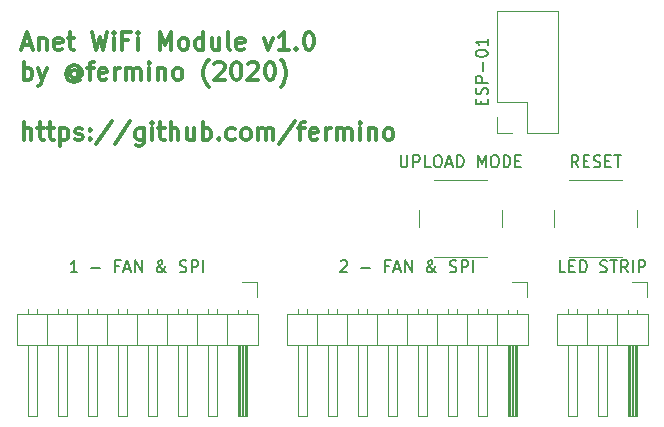
<source format=gbr>
G04 #@! TF.GenerationSoftware,KiCad,Pcbnew,5.0.2+dfsg1-1*
G04 #@! TF.CreationDate,2020-10-09T16:27:47-03:00*
G04 #@! TF.ProjectId,esp3d_anet,65737033-645f-4616-9e65-742e6b696361,rev?*
G04 #@! TF.SameCoordinates,Original*
G04 #@! TF.FileFunction,Legend,Top*
G04 #@! TF.FilePolarity,Positive*
%FSLAX46Y46*%
G04 Gerber Fmt 4.6, Leading zero omitted, Abs format (unit mm)*
G04 Created by KiCad (PCBNEW 5.0.2+dfsg1-1) date vie 09 oct 2020 16:27:47 -03*
%MOMM*%
%LPD*%
G01*
G04 APERTURE LIST*
%ADD10C,0.300000*%
%ADD11C,0.120000*%
%ADD12C,0.150000*%
G04 APERTURE END LIST*
D10*
X38580714Y-52305000D02*
X39295000Y-52305000D01*
X38437857Y-52733571D02*
X38937857Y-51233571D01*
X39437857Y-52733571D01*
X39937857Y-51733571D02*
X39937857Y-52733571D01*
X39937857Y-51876428D02*
X40009285Y-51805000D01*
X40152142Y-51733571D01*
X40366428Y-51733571D01*
X40509285Y-51805000D01*
X40580714Y-51947857D01*
X40580714Y-52733571D01*
X41866428Y-52662142D02*
X41723571Y-52733571D01*
X41437857Y-52733571D01*
X41295000Y-52662142D01*
X41223571Y-52519285D01*
X41223571Y-51947857D01*
X41295000Y-51805000D01*
X41437857Y-51733571D01*
X41723571Y-51733571D01*
X41866428Y-51805000D01*
X41937857Y-51947857D01*
X41937857Y-52090714D01*
X41223571Y-52233571D01*
X42366428Y-51733571D02*
X42937857Y-51733571D01*
X42580714Y-51233571D02*
X42580714Y-52519285D01*
X42652142Y-52662142D01*
X42795000Y-52733571D01*
X42937857Y-52733571D01*
X44437857Y-51233571D02*
X44795000Y-52733571D01*
X45080714Y-51662142D01*
X45366428Y-52733571D01*
X45723571Y-51233571D01*
X46295000Y-52733571D02*
X46295000Y-51733571D01*
X46295000Y-51233571D02*
X46223571Y-51305000D01*
X46295000Y-51376428D01*
X46366428Y-51305000D01*
X46295000Y-51233571D01*
X46295000Y-51376428D01*
X47509285Y-51947857D02*
X47009285Y-51947857D01*
X47009285Y-52733571D02*
X47009285Y-51233571D01*
X47723571Y-51233571D01*
X48295000Y-52733571D02*
X48295000Y-51733571D01*
X48295000Y-51233571D02*
X48223571Y-51305000D01*
X48295000Y-51376428D01*
X48366428Y-51305000D01*
X48295000Y-51233571D01*
X48295000Y-51376428D01*
X50152142Y-52733571D02*
X50152142Y-51233571D01*
X50652142Y-52305000D01*
X51152142Y-51233571D01*
X51152142Y-52733571D01*
X52080714Y-52733571D02*
X51937857Y-52662142D01*
X51866428Y-52590714D01*
X51795000Y-52447857D01*
X51795000Y-52019285D01*
X51866428Y-51876428D01*
X51937857Y-51805000D01*
X52080714Y-51733571D01*
X52295000Y-51733571D01*
X52437857Y-51805000D01*
X52509285Y-51876428D01*
X52580714Y-52019285D01*
X52580714Y-52447857D01*
X52509285Y-52590714D01*
X52437857Y-52662142D01*
X52295000Y-52733571D01*
X52080714Y-52733571D01*
X53866428Y-52733571D02*
X53866428Y-51233571D01*
X53866428Y-52662142D02*
X53723571Y-52733571D01*
X53437857Y-52733571D01*
X53295000Y-52662142D01*
X53223571Y-52590714D01*
X53152142Y-52447857D01*
X53152142Y-52019285D01*
X53223571Y-51876428D01*
X53295000Y-51805000D01*
X53437857Y-51733571D01*
X53723571Y-51733571D01*
X53866428Y-51805000D01*
X55223571Y-51733571D02*
X55223571Y-52733571D01*
X54580714Y-51733571D02*
X54580714Y-52519285D01*
X54652142Y-52662142D01*
X54795000Y-52733571D01*
X55009285Y-52733571D01*
X55152142Y-52662142D01*
X55223571Y-52590714D01*
X56152142Y-52733571D02*
X56009285Y-52662142D01*
X55937857Y-52519285D01*
X55937857Y-51233571D01*
X57295000Y-52662142D02*
X57152142Y-52733571D01*
X56866428Y-52733571D01*
X56723571Y-52662142D01*
X56652142Y-52519285D01*
X56652142Y-51947857D01*
X56723571Y-51805000D01*
X56866428Y-51733571D01*
X57152142Y-51733571D01*
X57295000Y-51805000D01*
X57366428Y-51947857D01*
X57366428Y-52090714D01*
X56652142Y-52233571D01*
X59009285Y-51733571D02*
X59366428Y-52733571D01*
X59723571Y-51733571D01*
X61080714Y-52733571D02*
X60223571Y-52733571D01*
X60652142Y-52733571D02*
X60652142Y-51233571D01*
X60509285Y-51447857D01*
X60366428Y-51590714D01*
X60223571Y-51662142D01*
X61723571Y-52590714D02*
X61795000Y-52662142D01*
X61723571Y-52733571D01*
X61652142Y-52662142D01*
X61723571Y-52590714D01*
X61723571Y-52733571D01*
X62723571Y-51233571D02*
X62866428Y-51233571D01*
X63009285Y-51305000D01*
X63080714Y-51376428D01*
X63152142Y-51519285D01*
X63223571Y-51805000D01*
X63223571Y-52162142D01*
X63152142Y-52447857D01*
X63080714Y-52590714D01*
X63009285Y-52662142D01*
X62866428Y-52733571D01*
X62723571Y-52733571D01*
X62580714Y-52662142D01*
X62509285Y-52590714D01*
X62437857Y-52447857D01*
X62366428Y-52162142D01*
X62366428Y-51805000D01*
X62437857Y-51519285D01*
X62509285Y-51376428D01*
X62580714Y-51305000D01*
X62723571Y-51233571D01*
X38652142Y-55283571D02*
X38652142Y-53783571D01*
X38652142Y-54355000D02*
X38795000Y-54283571D01*
X39080714Y-54283571D01*
X39223571Y-54355000D01*
X39295000Y-54426428D01*
X39366428Y-54569285D01*
X39366428Y-54997857D01*
X39295000Y-55140714D01*
X39223571Y-55212142D01*
X39080714Y-55283571D01*
X38795000Y-55283571D01*
X38652142Y-55212142D01*
X39866428Y-54283571D02*
X40223571Y-55283571D01*
X40580714Y-54283571D02*
X40223571Y-55283571D01*
X40080714Y-55640714D01*
X40009285Y-55712142D01*
X39866428Y-55783571D01*
X43223571Y-54569285D02*
X43152142Y-54497857D01*
X43009285Y-54426428D01*
X42866428Y-54426428D01*
X42723571Y-54497857D01*
X42652142Y-54569285D01*
X42580714Y-54712142D01*
X42580714Y-54855000D01*
X42652142Y-54997857D01*
X42723571Y-55069285D01*
X42866428Y-55140714D01*
X43009285Y-55140714D01*
X43152142Y-55069285D01*
X43223571Y-54997857D01*
X43223571Y-54426428D02*
X43223571Y-54997857D01*
X43295000Y-55069285D01*
X43366428Y-55069285D01*
X43509285Y-54997857D01*
X43580714Y-54855000D01*
X43580714Y-54497857D01*
X43437857Y-54283571D01*
X43223571Y-54140714D01*
X42937857Y-54069285D01*
X42652142Y-54140714D01*
X42437857Y-54283571D01*
X42295000Y-54497857D01*
X42223571Y-54783571D01*
X42295000Y-55069285D01*
X42437857Y-55283571D01*
X42652142Y-55426428D01*
X42937857Y-55497857D01*
X43223571Y-55426428D01*
X43437857Y-55283571D01*
X44009285Y-54283571D02*
X44580714Y-54283571D01*
X44223571Y-55283571D02*
X44223571Y-53997857D01*
X44295000Y-53855000D01*
X44437857Y-53783571D01*
X44580714Y-53783571D01*
X45652142Y-55212142D02*
X45509285Y-55283571D01*
X45223571Y-55283571D01*
X45080714Y-55212142D01*
X45009285Y-55069285D01*
X45009285Y-54497857D01*
X45080714Y-54355000D01*
X45223571Y-54283571D01*
X45509285Y-54283571D01*
X45652142Y-54355000D01*
X45723571Y-54497857D01*
X45723571Y-54640714D01*
X45009285Y-54783571D01*
X46366428Y-55283571D02*
X46366428Y-54283571D01*
X46366428Y-54569285D02*
X46437857Y-54426428D01*
X46509285Y-54355000D01*
X46652142Y-54283571D01*
X46795000Y-54283571D01*
X47295000Y-55283571D02*
X47295000Y-54283571D01*
X47295000Y-54426428D02*
X47366428Y-54355000D01*
X47509285Y-54283571D01*
X47723571Y-54283571D01*
X47866428Y-54355000D01*
X47937857Y-54497857D01*
X47937857Y-55283571D01*
X47937857Y-54497857D02*
X48009285Y-54355000D01*
X48152142Y-54283571D01*
X48366428Y-54283571D01*
X48509285Y-54355000D01*
X48580714Y-54497857D01*
X48580714Y-55283571D01*
X49295000Y-55283571D02*
X49295000Y-54283571D01*
X49295000Y-53783571D02*
X49223571Y-53855000D01*
X49295000Y-53926428D01*
X49366428Y-53855000D01*
X49295000Y-53783571D01*
X49295000Y-53926428D01*
X50009285Y-54283571D02*
X50009285Y-55283571D01*
X50009285Y-54426428D02*
X50080714Y-54355000D01*
X50223571Y-54283571D01*
X50437857Y-54283571D01*
X50580714Y-54355000D01*
X50652142Y-54497857D01*
X50652142Y-55283571D01*
X51580714Y-55283571D02*
X51437857Y-55212142D01*
X51366428Y-55140714D01*
X51295000Y-54997857D01*
X51295000Y-54569285D01*
X51366428Y-54426428D01*
X51437857Y-54355000D01*
X51580714Y-54283571D01*
X51795000Y-54283571D01*
X51937857Y-54355000D01*
X52009285Y-54426428D01*
X52080714Y-54569285D01*
X52080714Y-54997857D01*
X52009285Y-55140714D01*
X51937857Y-55212142D01*
X51795000Y-55283571D01*
X51580714Y-55283571D01*
X54295000Y-55855000D02*
X54223571Y-55783571D01*
X54080714Y-55569285D01*
X54009285Y-55426428D01*
X53937857Y-55212142D01*
X53866428Y-54855000D01*
X53866428Y-54569285D01*
X53937857Y-54212142D01*
X54009285Y-53997857D01*
X54080714Y-53855000D01*
X54223571Y-53640714D01*
X54295000Y-53569285D01*
X54795000Y-53926428D02*
X54866428Y-53855000D01*
X55009285Y-53783571D01*
X55366428Y-53783571D01*
X55509285Y-53855000D01*
X55580714Y-53926428D01*
X55652142Y-54069285D01*
X55652142Y-54212142D01*
X55580714Y-54426428D01*
X54723571Y-55283571D01*
X55652142Y-55283571D01*
X56580714Y-53783571D02*
X56723571Y-53783571D01*
X56866428Y-53855000D01*
X56937857Y-53926428D01*
X57009285Y-54069285D01*
X57080714Y-54355000D01*
X57080714Y-54712142D01*
X57009285Y-54997857D01*
X56937857Y-55140714D01*
X56866428Y-55212142D01*
X56723571Y-55283571D01*
X56580714Y-55283571D01*
X56437857Y-55212142D01*
X56366428Y-55140714D01*
X56295000Y-54997857D01*
X56223571Y-54712142D01*
X56223571Y-54355000D01*
X56295000Y-54069285D01*
X56366428Y-53926428D01*
X56437857Y-53855000D01*
X56580714Y-53783571D01*
X57652142Y-53926428D02*
X57723571Y-53855000D01*
X57866428Y-53783571D01*
X58223571Y-53783571D01*
X58366428Y-53855000D01*
X58437857Y-53926428D01*
X58509285Y-54069285D01*
X58509285Y-54212142D01*
X58437857Y-54426428D01*
X57580714Y-55283571D01*
X58509285Y-55283571D01*
X59437857Y-53783571D02*
X59580714Y-53783571D01*
X59723571Y-53855000D01*
X59795000Y-53926428D01*
X59866428Y-54069285D01*
X59937857Y-54355000D01*
X59937857Y-54712142D01*
X59866428Y-54997857D01*
X59795000Y-55140714D01*
X59723571Y-55212142D01*
X59580714Y-55283571D01*
X59437857Y-55283571D01*
X59295000Y-55212142D01*
X59223571Y-55140714D01*
X59152142Y-54997857D01*
X59080714Y-54712142D01*
X59080714Y-54355000D01*
X59152142Y-54069285D01*
X59223571Y-53926428D01*
X59295000Y-53855000D01*
X59437857Y-53783571D01*
X60437857Y-55855000D02*
X60509285Y-55783571D01*
X60652142Y-55569285D01*
X60723571Y-55426428D01*
X60795000Y-55212142D01*
X60866428Y-54855000D01*
X60866428Y-54569285D01*
X60795000Y-54212142D01*
X60723571Y-53997857D01*
X60652142Y-53855000D01*
X60509285Y-53640714D01*
X60437857Y-53569285D01*
X38652142Y-60383571D02*
X38652142Y-58883571D01*
X39295000Y-60383571D02*
X39295000Y-59597857D01*
X39223571Y-59455000D01*
X39080714Y-59383571D01*
X38866428Y-59383571D01*
X38723571Y-59455000D01*
X38652142Y-59526428D01*
X39795000Y-59383571D02*
X40366428Y-59383571D01*
X40009285Y-58883571D02*
X40009285Y-60169285D01*
X40080714Y-60312142D01*
X40223571Y-60383571D01*
X40366428Y-60383571D01*
X40652142Y-59383571D02*
X41223571Y-59383571D01*
X40866428Y-58883571D02*
X40866428Y-60169285D01*
X40937857Y-60312142D01*
X41080714Y-60383571D01*
X41223571Y-60383571D01*
X41723571Y-59383571D02*
X41723571Y-60883571D01*
X41723571Y-59455000D02*
X41866428Y-59383571D01*
X42152142Y-59383571D01*
X42295000Y-59455000D01*
X42366428Y-59526428D01*
X42437857Y-59669285D01*
X42437857Y-60097857D01*
X42366428Y-60240714D01*
X42295000Y-60312142D01*
X42152142Y-60383571D01*
X41866428Y-60383571D01*
X41723571Y-60312142D01*
X43009285Y-60312142D02*
X43152142Y-60383571D01*
X43437857Y-60383571D01*
X43580714Y-60312142D01*
X43652142Y-60169285D01*
X43652142Y-60097857D01*
X43580714Y-59955000D01*
X43437857Y-59883571D01*
X43223571Y-59883571D01*
X43080714Y-59812142D01*
X43009285Y-59669285D01*
X43009285Y-59597857D01*
X43080714Y-59455000D01*
X43223571Y-59383571D01*
X43437857Y-59383571D01*
X43580714Y-59455000D01*
X44295000Y-60240714D02*
X44366428Y-60312142D01*
X44295000Y-60383571D01*
X44223571Y-60312142D01*
X44295000Y-60240714D01*
X44295000Y-60383571D01*
X44295000Y-59455000D02*
X44366428Y-59526428D01*
X44295000Y-59597857D01*
X44223571Y-59526428D01*
X44295000Y-59455000D01*
X44295000Y-59597857D01*
X46080714Y-58812142D02*
X44795000Y-60740714D01*
X47652142Y-58812142D02*
X46366428Y-60740714D01*
X48795000Y-59383571D02*
X48795000Y-60597857D01*
X48723571Y-60740714D01*
X48652142Y-60812142D01*
X48509285Y-60883571D01*
X48295000Y-60883571D01*
X48152142Y-60812142D01*
X48795000Y-60312142D02*
X48652142Y-60383571D01*
X48366428Y-60383571D01*
X48223571Y-60312142D01*
X48152142Y-60240714D01*
X48080714Y-60097857D01*
X48080714Y-59669285D01*
X48152142Y-59526428D01*
X48223571Y-59455000D01*
X48366428Y-59383571D01*
X48652142Y-59383571D01*
X48795000Y-59455000D01*
X49509285Y-60383571D02*
X49509285Y-59383571D01*
X49509285Y-58883571D02*
X49437857Y-58955000D01*
X49509285Y-59026428D01*
X49580714Y-58955000D01*
X49509285Y-58883571D01*
X49509285Y-59026428D01*
X50009285Y-59383571D02*
X50580714Y-59383571D01*
X50223571Y-58883571D02*
X50223571Y-60169285D01*
X50295000Y-60312142D01*
X50437857Y-60383571D01*
X50580714Y-60383571D01*
X51080714Y-60383571D02*
X51080714Y-58883571D01*
X51723571Y-60383571D02*
X51723571Y-59597857D01*
X51652142Y-59455000D01*
X51509285Y-59383571D01*
X51295000Y-59383571D01*
X51152142Y-59455000D01*
X51080714Y-59526428D01*
X53080714Y-59383571D02*
X53080714Y-60383571D01*
X52437857Y-59383571D02*
X52437857Y-60169285D01*
X52509285Y-60312142D01*
X52652142Y-60383571D01*
X52866428Y-60383571D01*
X53009285Y-60312142D01*
X53080714Y-60240714D01*
X53795000Y-60383571D02*
X53795000Y-58883571D01*
X53795000Y-59455000D02*
X53937857Y-59383571D01*
X54223571Y-59383571D01*
X54366428Y-59455000D01*
X54437857Y-59526428D01*
X54509285Y-59669285D01*
X54509285Y-60097857D01*
X54437857Y-60240714D01*
X54366428Y-60312142D01*
X54223571Y-60383571D01*
X53937857Y-60383571D01*
X53795000Y-60312142D01*
X55152142Y-60240714D02*
X55223571Y-60312142D01*
X55152142Y-60383571D01*
X55080714Y-60312142D01*
X55152142Y-60240714D01*
X55152142Y-60383571D01*
X56509285Y-60312142D02*
X56366428Y-60383571D01*
X56080714Y-60383571D01*
X55937857Y-60312142D01*
X55866428Y-60240714D01*
X55795000Y-60097857D01*
X55795000Y-59669285D01*
X55866428Y-59526428D01*
X55937857Y-59455000D01*
X56080714Y-59383571D01*
X56366428Y-59383571D01*
X56509285Y-59455000D01*
X57366428Y-60383571D02*
X57223571Y-60312142D01*
X57152142Y-60240714D01*
X57080714Y-60097857D01*
X57080714Y-59669285D01*
X57152142Y-59526428D01*
X57223571Y-59455000D01*
X57366428Y-59383571D01*
X57580714Y-59383571D01*
X57723571Y-59455000D01*
X57795000Y-59526428D01*
X57866428Y-59669285D01*
X57866428Y-60097857D01*
X57795000Y-60240714D01*
X57723571Y-60312142D01*
X57580714Y-60383571D01*
X57366428Y-60383571D01*
X58509285Y-60383571D02*
X58509285Y-59383571D01*
X58509285Y-59526428D02*
X58580714Y-59455000D01*
X58723571Y-59383571D01*
X58937857Y-59383571D01*
X59080714Y-59455000D01*
X59152142Y-59597857D01*
X59152142Y-60383571D01*
X59152142Y-59597857D02*
X59223571Y-59455000D01*
X59366428Y-59383571D01*
X59580714Y-59383571D01*
X59723571Y-59455000D01*
X59795000Y-59597857D01*
X59795000Y-60383571D01*
X61580714Y-58812142D02*
X60295000Y-60740714D01*
X61866428Y-59383571D02*
X62437857Y-59383571D01*
X62080714Y-60383571D02*
X62080714Y-59097857D01*
X62152142Y-58955000D01*
X62295000Y-58883571D01*
X62437857Y-58883571D01*
X63509285Y-60312142D02*
X63366428Y-60383571D01*
X63080714Y-60383571D01*
X62937857Y-60312142D01*
X62866428Y-60169285D01*
X62866428Y-59597857D01*
X62937857Y-59455000D01*
X63080714Y-59383571D01*
X63366428Y-59383571D01*
X63509285Y-59455000D01*
X63580714Y-59597857D01*
X63580714Y-59740714D01*
X62866428Y-59883571D01*
X64223571Y-60383571D02*
X64223571Y-59383571D01*
X64223571Y-59669285D02*
X64295000Y-59526428D01*
X64366428Y-59455000D01*
X64509285Y-59383571D01*
X64652142Y-59383571D01*
X65152142Y-60383571D02*
X65152142Y-59383571D01*
X65152142Y-59526428D02*
X65223571Y-59455000D01*
X65366428Y-59383571D01*
X65580714Y-59383571D01*
X65723571Y-59455000D01*
X65795000Y-59597857D01*
X65795000Y-60383571D01*
X65795000Y-59597857D02*
X65866428Y-59455000D01*
X66009285Y-59383571D01*
X66223571Y-59383571D01*
X66366428Y-59455000D01*
X66437857Y-59597857D01*
X66437857Y-60383571D01*
X67152142Y-60383571D02*
X67152142Y-59383571D01*
X67152142Y-58883571D02*
X67080714Y-58955000D01*
X67152142Y-59026428D01*
X67223571Y-58955000D01*
X67152142Y-58883571D01*
X67152142Y-59026428D01*
X67866428Y-59383571D02*
X67866428Y-60383571D01*
X67866428Y-59526428D02*
X67937857Y-59455000D01*
X68080714Y-59383571D01*
X68295000Y-59383571D01*
X68437857Y-59455000D01*
X68509285Y-59597857D01*
X68509285Y-60383571D01*
X69437857Y-60383571D02*
X69295000Y-60312142D01*
X69223571Y-60240714D01*
X69152142Y-60097857D01*
X69152142Y-59669285D01*
X69223571Y-59526428D01*
X69295000Y-59455000D01*
X69437857Y-59383571D01*
X69652142Y-59383571D01*
X69795000Y-59455000D01*
X69866428Y-59526428D01*
X69937857Y-59669285D01*
X69937857Y-60097857D01*
X69866428Y-60240714D01*
X69795000Y-60312142D01*
X69652142Y-60383571D01*
X69437857Y-60383571D01*
D11*
G04 #@! TO.C,ESP-01*
X83880000Y-59750000D02*
X81280000Y-59750000D01*
X83880000Y-59750000D02*
X83880000Y-49470000D01*
X83880000Y-49470000D02*
X78680000Y-49470000D01*
X78680000Y-57150000D02*
X78680000Y-49470000D01*
X81280000Y-57150000D02*
X78680000Y-57150000D01*
X81280000Y-59750000D02*
X81280000Y-57150000D01*
X78680000Y-59750000D02*
X78680000Y-58420000D01*
X80010000Y-59750000D02*
X78680000Y-59750000D01*
G04 #@! TO.C,LED STRIP*
X91500000Y-75100000D02*
X83760000Y-75100000D01*
X83760000Y-75100000D02*
X83760000Y-77760000D01*
X83760000Y-77760000D02*
X91500000Y-77760000D01*
X91500000Y-77760000D02*
X91500000Y-75100000D01*
X90550000Y-77760000D02*
X90550000Y-83760000D01*
X90550000Y-83760000D02*
X89790000Y-83760000D01*
X89790000Y-83760000D02*
X89790000Y-77760000D01*
X90490000Y-77760000D02*
X90490000Y-83760000D01*
X90370000Y-77760000D02*
X90370000Y-83760000D01*
X90250000Y-77760000D02*
X90250000Y-83760000D01*
X90130000Y-77760000D02*
X90130000Y-83760000D01*
X90010000Y-77760000D02*
X90010000Y-83760000D01*
X89890000Y-77760000D02*
X89890000Y-83760000D01*
X90550000Y-74770000D02*
X90550000Y-75100000D01*
X89790000Y-74770000D02*
X89790000Y-75100000D01*
X88900000Y-75100000D02*
X88900000Y-77760000D01*
X88010000Y-77760000D02*
X88010000Y-83760000D01*
X88010000Y-83760000D02*
X87250000Y-83760000D01*
X87250000Y-83760000D02*
X87250000Y-77760000D01*
X88010000Y-74702929D02*
X88010000Y-75100000D01*
X87250000Y-74702929D02*
X87250000Y-75100000D01*
X86360000Y-75100000D02*
X86360000Y-77760000D01*
X85470000Y-77760000D02*
X85470000Y-83760000D01*
X85470000Y-83760000D02*
X84710000Y-83760000D01*
X84710000Y-83760000D02*
X84710000Y-77760000D01*
X85470000Y-74702929D02*
X85470000Y-75100000D01*
X84710000Y-74702929D02*
X84710000Y-75100000D01*
X90170000Y-72390000D02*
X91440000Y-72390000D01*
X91440000Y-72390000D02*
X91440000Y-73660000D01*
G04 #@! TO.C,1 - FAN & SPI*
X58480000Y-75100000D02*
X38040000Y-75100000D01*
X38040000Y-75100000D02*
X38040000Y-77760000D01*
X38040000Y-77760000D02*
X58480000Y-77760000D01*
X58480000Y-77760000D02*
X58480000Y-75100000D01*
X57530000Y-77760000D02*
X57530000Y-83760000D01*
X57530000Y-83760000D02*
X56770000Y-83760000D01*
X56770000Y-83760000D02*
X56770000Y-77760000D01*
X57470000Y-77760000D02*
X57470000Y-83760000D01*
X57350000Y-77760000D02*
X57350000Y-83760000D01*
X57230000Y-77760000D02*
X57230000Y-83760000D01*
X57110000Y-77760000D02*
X57110000Y-83760000D01*
X56990000Y-77760000D02*
X56990000Y-83760000D01*
X56870000Y-77760000D02*
X56870000Y-83760000D01*
X57530000Y-74770000D02*
X57530000Y-75100000D01*
X56770000Y-74770000D02*
X56770000Y-75100000D01*
X55880000Y-75100000D02*
X55880000Y-77760000D01*
X54990000Y-77760000D02*
X54990000Y-83760000D01*
X54990000Y-83760000D02*
X54230000Y-83760000D01*
X54230000Y-83760000D02*
X54230000Y-77760000D01*
X54990000Y-74702929D02*
X54990000Y-75100000D01*
X54230000Y-74702929D02*
X54230000Y-75100000D01*
X53340000Y-75100000D02*
X53340000Y-77760000D01*
X52450000Y-77760000D02*
X52450000Y-83760000D01*
X52450000Y-83760000D02*
X51690000Y-83760000D01*
X51690000Y-83760000D02*
X51690000Y-77760000D01*
X52450000Y-74702929D02*
X52450000Y-75100000D01*
X51690000Y-74702929D02*
X51690000Y-75100000D01*
X50800000Y-75100000D02*
X50800000Y-77760000D01*
X49910000Y-77760000D02*
X49910000Y-83760000D01*
X49910000Y-83760000D02*
X49150000Y-83760000D01*
X49150000Y-83760000D02*
X49150000Y-77760000D01*
X49910000Y-74702929D02*
X49910000Y-75100000D01*
X49150000Y-74702929D02*
X49150000Y-75100000D01*
X48260000Y-75100000D02*
X48260000Y-77760000D01*
X47370000Y-77760000D02*
X47370000Y-83760000D01*
X47370000Y-83760000D02*
X46610000Y-83760000D01*
X46610000Y-83760000D02*
X46610000Y-77760000D01*
X47370000Y-74702929D02*
X47370000Y-75100000D01*
X46610000Y-74702929D02*
X46610000Y-75100000D01*
X45720000Y-75100000D02*
X45720000Y-77760000D01*
X44830000Y-77760000D02*
X44830000Y-83760000D01*
X44830000Y-83760000D02*
X44070000Y-83760000D01*
X44070000Y-83760000D02*
X44070000Y-77760000D01*
X44830000Y-74702929D02*
X44830000Y-75100000D01*
X44070000Y-74702929D02*
X44070000Y-75100000D01*
X43180000Y-75100000D02*
X43180000Y-77760000D01*
X42290000Y-77760000D02*
X42290000Y-83760000D01*
X42290000Y-83760000D02*
X41530000Y-83760000D01*
X41530000Y-83760000D02*
X41530000Y-77760000D01*
X42290000Y-74702929D02*
X42290000Y-75100000D01*
X41530000Y-74702929D02*
X41530000Y-75100000D01*
X40640000Y-75100000D02*
X40640000Y-77760000D01*
X39750000Y-77760000D02*
X39750000Y-83760000D01*
X39750000Y-83760000D02*
X38990000Y-83760000D01*
X38990000Y-83760000D02*
X38990000Y-77760000D01*
X39750000Y-74702929D02*
X39750000Y-75100000D01*
X38990000Y-74702929D02*
X38990000Y-75100000D01*
X57150000Y-72390000D02*
X58420000Y-72390000D01*
X58420000Y-72390000D02*
X58420000Y-73660000D01*
G04 #@! TO.C,2 - FAN & SPI*
X81280000Y-72390000D02*
X81280000Y-73660000D01*
X80010000Y-72390000D02*
X81280000Y-72390000D01*
X61850000Y-74702929D02*
X61850000Y-75100000D01*
X62610000Y-74702929D02*
X62610000Y-75100000D01*
X61850000Y-83760000D02*
X61850000Y-77760000D01*
X62610000Y-83760000D02*
X61850000Y-83760000D01*
X62610000Y-77760000D02*
X62610000Y-83760000D01*
X63500000Y-75100000D02*
X63500000Y-77760000D01*
X64390000Y-74702929D02*
X64390000Y-75100000D01*
X65150000Y-74702929D02*
X65150000Y-75100000D01*
X64390000Y-83760000D02*
X64390000Y-77760000D01*
X65150000Y-83760000D02*
X64390000Y-83760000D01*
X65150000Y-77760000D02*
X65150000Y-83760000D01*
X66040000Y-75100000D02*
X66040000Y-77760000D01*
X66930000Y-74702929D02*
X66930000Y-75100000D01*
X67690000Y-74702929D02*
X67690000Y-75100000D01*
X66930000Y-83760000D02*
X66930000Y-77760000D01*
X67690000Y-83760000D02*
X66930000Y-83760000D01*
X67690000Y-77760000D02*
X67690000Y-83760000D01*
X68580000Y-75100000D02*
X68580000Y-77760000D01*
X69470000Y-74702929D02*
X69470000Y-75100000D01*
X70230000Y-74702929D02*
X70230000Y-75100000D01*
X69470000Y-83760000D02*
X69470000Y-77760000D01*
X70230000Y-83760000D02*
X69470000Y-83760000D01*
X70230000Y-77760000D02*
X70230000Y-83760000D01*
X71120000Y-75100000D02*
X71120000Y-77760000D01*
X72010000Y-74702929D02*
X72010000Y-75100000D01*
X72770000Y-74702929D02*
X72770000Y-75100000D01*
X72010000Y-83760000D02*
X72010000Y-77760000D01*
X72770000Y-83760000D02*
X72010000Y-83760000D01*
X72770000Y-77760000D02*
X72770000Y-83760000D01*
X73660000Y-75100000D02*
X73660000Y-77760000D01*
X74550000Y-74702929D02*
X74550000Y-75100000D01*
X75310000Y-74702929D02*
X75310000Y-75100000D01*
X74550000Y-83760000D02*
X74550000Y-77760000D01*
X75310000Y-83760000D02*
X74550000Y-83760000D01*
X75310000Y-77760000D02*
X75310000Y-83760000D01*
X76200000Y-75100000D02*
X76200000Y-77760000D01*
X77090000Y-74702929D02*
X77090000Y-75100000D01*
X77850000Y-74702929D02*
X77850000Y-75100000D01*
X77090000Y-83760000D02*
X77090000Y-77760000D01*
X77850000Y-83760000D02*
X77090000Y-83760000D01*
X77850000Y-77760000D02*
X77850000Y-83760000D01*
X78740000Y-75100000D02*
X78740000Y-77760000D01*
X79630000Y-74770000D02*
X79630000Y-75100000D01*
X80390000Y-74770000D02*
X80390000Y-75100000D01*
X79730000Y-77760000D02*
X79730000Y-83760000D01*
X79850000Y-77760000D02*
X79850000Y-83760000D01*
X79970000Y-77760000D02*
X79970000Y-83760000D01*
X80090000Y-77760000D02*
X80090000Y-83760000D01*
X80210000Y-77760000D02*
X80210000Y-83760000D01*
X80330000Y-77760000D02*
X80330000Y-83760000D01*
X79630000Y-83760000D02*
X79630000Y-77760000D01*
X80390000Y-83760000D02*
X79630000Y-83760000D01*
X80390000Y-77760000D02*
X80390000Y-83760000D01*
X81340000Y-77760000D02*
X81340000Y-75100000D01*
X60900000Y-77760000D02*
X81340000Y-77760000D01*
X60900000Y-75100000D02*
X60900000Y-77760000D01*
X81340000Y-75100000D02*
X60900000Y-75100000D01*
G04 #@! TO.C,UPLOAD MODE*
X79140000Y-67770000D02*
X79140000Y-66270000D01*
X77890000Y-63770000D02*
X73390000Y-63770000D01*
X72140000Y-66270000D02*
X72140000Y-67770000D01*
X73390000Y-70270000D02*
X77890000Y-70270000D01*
G04 #@! TO.C,RESET*
X84820000Y-70270000D02*
X89320000Y-70270000D01*
X83570000Y-66270000D02*
X83570000Y-67770000D01*
X89320000Y-63770000D02*
X84820000Y-63770000D01*
X90570000Y-67770000D02*
X90570000Y-66270000D01*
G04 #@! TO.C,ESP-01*
D12*
X77398571Y-57371904D02*
X77398571Y-57038571D01*
X77922380Y-56895714D02*
X77922380Y-57371904D01*
X76922380Y-57371904D01*
X76922380Y-56895714D01*
X77874761Y-56514761D02*
X77922380Y-56371904D01*
X77922380Y-56133809D01*
X77874761Y-56038571D01*
X77827142Y-55990952D01*
X77731904Y-55943333D01*
X77636666Y-55943333D01*
X77541428Y-55990952D01*
X77493809Y-56038571D01*
X77446190Y-56133809D01*
X77398571Y-56324285D01*
X77350952Y-56419523D01*
X77303333Y-56467142D01*
X77208095Y-56514761D01*
X77112857Y-56514761D01*
X77017619Y-56467142D01*
X76970000Y-56419523D01*
X76922380Y-56324285D01*
X76922380Y-56086190D01*
X76970000Y-55943333D01*
X77922380Y-55514761D02*
X76922380Y-55514761D01*
X76922380Y-55133809D01*
X76970000Y-55038571D01*
X77017619Y-54990952D01*
X77112857Y-54943333D01*
X77255714Y-54943333D01*
X77350952Y-54990952D01*
X77398571Y-55038571D01*
X77446190Y-55133809D01*
X77446190Y-55514761D01*
X77541428Y-54514761D02*
X77541428Y-53752857D01*
X76922380Y-53086190D02*
X76922380Y-52990952D01*
X76970000Y-52895714D01*
X77017619Y-52848095D01*
X77112857Y-52800476D01*
X77303333Y-52752857D01*
X77541428Y-52752857D01*
X77731904Y-52800476D01*
X77827142Y-52848095D01*
X77874761Y-52895714D01*
X77922380Y-52990952D01*
X77922380Y-53086190D01*
X77874761Y-53181428D01*
X77827142Y-53229047D01*
X77731904Y-53276666D01*
X77541428Y-53324285D01*
X77303333Y-53324285D01*
X77112857Y-53276666D01*
X77017619Y-53229047D01*
X76970000Y-53181428D01*
X76922380Y-53086190D01*
X77922380Y-51800476D02*
X77922380Y-52371904D01*
X77922380Y-52086190D02*
X76922380Y-52086190D01*
X77065238Y-52181428D01*
X77160476Y-52276666D01*
X77208095Y-52371904D01*
G04 #@! TO.C,LED STRIP*
X84510952Y-71572380D02*
X84034761Y-71572380D01*
X84034761Y-70572380D01*
X84844285Y-71048571D02*
X85177619Y-71048571D01*
X85320476Y-71572380D02*
X84844285Y-71572380D01*
X84844285Y-70572380D01*
X85320476Y-70572380D01*
X85749047Y-71572380D02*
X85749047Y-70572380D01*
X85987142Y-70572380D01*
X86130000Y-70620000D01*
X86225238Y-70715238D01*
X86272857Y-70810476D01*
X86320476Y-71000952D01*
X86320476Y-71143809D01*
X86272857Y-71334285D01*
X86225238Y-71429523D01*
X86130000Y-71524761D01*
X85987142Y-71572380D01*
X85749047Y-71572380D01*
X87463333Y-71524761D02*
X87606190Y-71572380D01*
X87844285Y-71572380D01*
X87939523Y-71524761D01*
X87987142Y-71477142D01*
X88034761Y-71381904D01*
X88034761Y-71286666D01*
X87987142Y-71191428D01*
X87939523Y-71143809D01*
X87844285Y-71096190D01*
X87653809Y-71048571D01*
X87558571Y-71000952D01*
X87510952Y-70953333D01*
X87463333Y-70858095D01*
X87463333Y-70762857D01*
X87510952Y-70667619D01*
X87558571Y-70620000D01*
X87653809Y-70572380D01*
X87891904Y-70572380D01*
X88034761Y-70620000D01*
X88320476Y-70572380D02*
X88891904Y-70572380D01*
X88606190Y-71572380D02*
X88606190Y-70572380D01*
X89796666Y-71572380D02*
X89463333Y-71096190D01*
X89225238Y-71572380D02*
X89225238Y-70572380D01*
X89606190Y-70572380D01*
X89701428Y-70620000D01*
X89749047Y-70667619D01*
X89796666Y-70762857D01*
X89796666Y-70905714D01*
X89749047Y-71000952D01*
X89701428Y-71048571D01*
X89606190Y-71096190D01*
X89225238Y-71096190D01*
X90225238Y-71572380D02*
X90225238Y-70572380D01*
X90701428Y-71572380D02*
X90701428Y-70572380D01*
X91082380Y-70572380D01*
X91177619Y-70620000D01*
X91225238Y-70667619D01*
X91272857Y-70762857D01*
X91272857Y-70905714D01*
X91225238Y-71000952D01*
X91177619Y-71048571D01*
X91082380Y-71096190D01*
X90701428Y-71096190D01*
G04 #@! TO.C,1 - FAN & SPI*
X43188571Y-71572380D02*
X42617142Y-71572380D01*
X42902857Y-71572380D02*
X42902857Y-70572380D01*
X42807619Y-70715238D01*
X42712380Y-70810476D01*
X42617142Y-70858095D01*
X44379047Y-71191428D02*
X45140952Y-71191428D01*
X46712380Y-71048571D02*
X46379047Y-71048571D01*
X46379047Y-71572380D02*
X46379047Y-70572380D01*
X46855238Y-70572380D01*
X47188571Y-71286666D02*
X47664761Y-71286666D01*
X47093333Y-71572380D02*
X47426666Y-70572380D01*
X47760000Y-71572380D01*
X48093333Y-71572380D02*
X48093333Y-70572380D01*
X48664761Y-71572380D01*
X48664761Y-70572380D01*
X50712380Y-71572380D02*
X50664761Y-71572380D01*
X50569523Y-71524761D01*
X50426666Y-71381904D01*
X50188571Y-71096190D01*
X50093333Y-70953333D01*
X50045714Y-70810476D01*
X50045714Y-70715238D01*
X50093333Y-70620000D01*
X50188571Y-70572380D01*
X50236190Y-70572380D01*
X50331428Y-70620000D01*
X50379047Y-70715238D01*
X50379047Y-70762857D01*
X50331428Y-70858095D01*
X50283809Y-70905714D01*
X49998095Y-71096190D01*
X49950476Y-71143809D01*
X49902857Y-71239047D01*
X49902857Y-71381904D01*
X49950476Y-71477142D01*
X49998095Y-71524761D01*
X50093333Y-71572380D01*
X50236190Y-71572380D01*
X50331428Y-71524761D01*
X50379047Y-71477142D01*
X50521904Y-71286666D01*
X50569523Y-71143809D01*
X50569523Y-71048571D01*
X51855238Y-71524761D02*
X51998095Y-71572380D01*
X52236190Y-71572380D01*
X52331428Y-71524761D01*
X52379047Y-71477142D01*
X52426666Y-71381904D01*
X52426666Y-71286666D01*
X52379047Y-71191428D01*
X52331428Y-71143809D01*
X52236190Y-71096190D01*
X52045714Y-71048571D01*
X51950476Y-71000952D01*
X51902857Y-70953333D01*
X51855238Y-70858095D01*
X51855238Y-70762857D01*
X51902857Y-70667619D01*
X51950476Y-70620000D01*
X52045714Y-70572380D01*
X52283809Y-70572380D01*
X52426666Y-70620000D01*
X52855238Y-71572380D02*
X52855238Y-70572380D01*
X53236190Y-70572380D01*
X53331428Y-70620000D01*
X53379047Y-70667619D01*
X53426666Y-70762857D01*
X53426666Y-70905714D01*
X53379047Y-71000952D01*
X53331428Y-71048571D01*
X53236190Y-71096190D01*
X52855238Y-71096190D01*
X53855238Y-71572380D02*
X53855238Y-70572380D01*
G04 #@! TO.C,2 - FAN & SPI*
X65477142Y-70667619D02*
X65524761Y-70620000D01*
X65620000Y-70572380D01*
X65858095Y-70572380D01*
X65953333Y-70620000D01*
X66000952Y-70667619D01*
X66048571Y-70762857D01*
X66048571Y-70858095D01*
X66000952Y-71000952D01*
X65429523Y-71572380D01*
X66048571Y-71572380D01*
X67239047Y-71191428D02*
X68000952Y-71191428D01*
X69572380Y-71048571D02*
X69239047Y-71048571D01*
X69239047Y-71572380D02*
X69239047Y-70572380D01*
X69715238Y-70572380D01*
X70048571Y-71286666D02*
X70524761Y-71286666D01*
X69953333Y-71572380D02*
X70286666Y-70572380D01*
X70620000Y-71572380D01*
X70953333Y-71572380D02*
X70953333Y-70572380D01*
X71524761Y-71572380D01*
X71524761Y-70572380D01*
X73572380Y-71572380D02*
X73524761Y-71572380D01*
X73429523Y-71524761D01*
X73286666Y-71381904D01*
X73048571Y-71096190D01*
X72953333Y-70953333D01*
X72905714Y-70810476D01*
X72905714Y-70715238D01*
X72953333Y-70620000D01*
X73048571Y-70572380D01*
X73096190Y-70572380D01*
X73191428Y-70620000D01*
X73239047Y-70715238D01*
X73239047Y-70762857D01*
X73191428Y-70858095D01*
X73143809Y-70905714D01*
X72858095Y-71096190D01*
X72810476Y-71143809D01*
X72762857Y-71239047D01*
X72762857Y-71381904D01*
X72810476Y-71477142D01*
X72858095Y-71524761D01*
X72953333Y-71572380D01*
X73096190Y-71572380D01*
X73191428Y-71524761D01*
X73239047Y-71477142D01*
X73381904Y-71286666D01*
X73429523Y-71143809D01*
X73429523Y-71048571D01*
X74715238Y-71524761D02*
X74858095Y-71572380D01*
X75096190Y-71572380D01*
X75191428Y-71524761D01*
X75239047Y-71477142D01*
X75286666Y-71381904D01*
X75286666Y-71286666D01*
X75239047Y-71191428D01*
X75191428Y-71143809D01*
X75096190Y-71096190D01*
X74905714Y-71048571D01*
X74810476Y-71000952D01*
X74762857Y-70953333D01*
X74715238Y-70858095D01*
X74715238Y-70762857D01*
X74762857Y-70667619D01*
X74810476Y-70620000D01*
X74905714Y-70572380D01*
X75143809Y-70572380D01*
X75286666Y-70620000D01*
X75715238Y-71572380D02*
X75715238Y-70572380D01*
X76096190Y-70572380D01*
X76191428Y-70620000D01*
X76239047Y-70667619D01*
X76286666Y-70762857D01*
X76286666Y-70905714D01*
X76239047Y-71000952D01*
X76191428Y-71048571D01*
X76096190Y-71096190D01*
X75715238Y-71096190D01*
X76715238Y-71572380D02*
X76715238Y-70572380D01*
G04 #@! TO.C,UPLOAD MODE*
X70568571Y-61682380D02*
X70568571Y-62491904D01*
X70616190Y-62587142D01*
X70663809Y-62634761D01*
X70759047Y-62682380D01*
X70949523Y-62682380D01*
X71044761Y-62634761D01*
X71092380Y-62587142D01*
X71140000Y-62491904D01*
X71140000Y-61682380D01*
X71616190Y-62682380D02*
X71616190Y-61682380D01*
X71997142Y-61682380D01*
X72092380Y-61730000D01*
X72140000Y-61777619D01*
X72187619Y-61872857D01*
X72187619Y-62015714D01*
X72140000Y-62110952D01*
X72092380Y-62158571D01*
X71997142Y-62206190D01*
X71616190Y-62206190D01*
X73092380Y-62682380D02*
X72616190Y-62682380D01*
X72616190Y-61682380D01*
X73616190Y-61682380D02*
X73806666Y-61682380D01*
X73901904Y-61730000D01*
X73997142Y-61825238D01*
X74044761Y-62015714D01*
X74044761Y-62349047D01*
X73997142Y-62539523D01*
X73901904Y-62634761D01*
X73806666Y-62682380D01*
X73616190Y-62682380D01*
X73520952Y-62634761D01*
X73425714Y-62539523D01*
X73378095Y-62349047D01*
X73378095Y-62015714D01*
X73425714Y-61825238D01*
X73520952Y-61730000D01*
X73616190Y-61682380D01*
X74425714Y-62396666D02*
X74901904Y-62396666D01*
X74330476Y-62682380D02*
X74663809Y-61682380D01*
X74997142Y-62682380D01*
X75330476Y-62682380D02*
X75330476Y-61682380D01*
X75568571Y-61682380D01*
X75711428Y-61730000D01*
X75806666Y-61825238D01*
X75854285Y-61920476D01*
X75901904Y-62110952D01*
X75901904Y-62253809D01*
X75854285Y-62444285D01*
X75806666Y-62539523D01*
X75711428Y-62634761D01*
X75568571Y-62682380D01*
X75330476Y-62682380D01*
X77092380Y-62682380D02*
X77092380Y-61682380D01*
X77425714Y-62396666D01*
X77759047Y-61682380D01*
X77759047Y-62682380D01*
X78425714Y-61682380D02*
X78616190Y-61682380D01*
X78711428Y-61730000D01*
X78806666Y-61825238D01*
X78854285Y-62015714D01*
X78854285Y-62349047D01*
X78806666Y-62539523D01*
X78711428Y-62634761D01*
X78616190Y-62682380D01*
X78425714Y-62682380D01*
X78330476Y-62634761D01*
X78235238Y-62539523D01*
X78187619Y-62349047D01*
X78187619Y-62015714D01*
X78235238Y-61825238D01*
X78330476Y-61730000D01*
X78425714Y-61682380D01*
X79282857Y-62682380D02*
X79282857Y-61682380D01*
X79520952Y-61682380D01*
X79663809Y-61730000D01*
X79759047Y-61825238D01*
X79806666Y-61920476D01*
X79854285Y-62110952D01*
X79854285Y-62253809D01*
X79806666Y-62444285D01*
X79759047Y-62539523D01*
X79663809Y-62634761D01*
X79520952Y-62682380D01*
X79282857Y-62682380D01*
X80282857Y-62158571D02*
X80616190Y-62158571D01*
X80759047Y-62682380D02*
X80282857Y-62682380D01*
X80282857Y-61682380D01*
X80759047Y-61682380D01*
G04 #@! TO.C,RESET*
X85617619Y-62682380D02*
X85284285Y-62206190D01*
X85046190Y-62682380D02*
X85046190Y-61682380D01*
X85427142Y-61682380D01*
X85522380Y-61730000D01*
X85570000Y-61777619D01*
X85617619Y-61872857D01*
X85617619Y-62015714D01*
X85570000Y-62110952D01*
X85522380Y-62158571D01*
X85427142Y-62206190D01*
X85046190Y-62206190D01*
X86046190Y-62158571D02*
X86379523Y-62158571D01*
X86522380Y-62682380D02*
X86046190Y-62682380D01*
X86046190Y-61682380D01*
X86522380Y-61682380D01*
X86903333Y-62634761D02*
X87046190Y-62682380D01*
X87284285Y-62682380D01*
X87379523Y-62634761D01*
X87427142Y-62587142D01*
X87474761Y-62491904D01*
X87474761Y-62396666D01*
X87427142Y-62301428D01*
X87379523Y-62253809D01*
X87284285Y-62206190D01*
X87093809Y-62158571D01*
X86998571Y-62110952D01*
X86950952Y-62063333D01*
X86903333Y-61968095D01*
X86903333Y-61872857D01*
X86950952Y-61777619D01*
X86998571Y-61730000D01*
X87093809Y-61682380D01*
X87331904Y-61682380D01*
X87474761Y-61730000D01*
X87903333Y-62158571D02*
X88236666Y-62158571D01*
X88379523Y-62682380D02*
X87903333Y-62682380D01*
X87903333Y-61682380D01*
X88379523Y-61682380D01*
X88665238Y-61682380D02*
X89236666Y-61682380D01*
X88950952Y-62682380D02*
X88950952Y-61682380D01*
G04 #@! TD*
M02*

</source>
